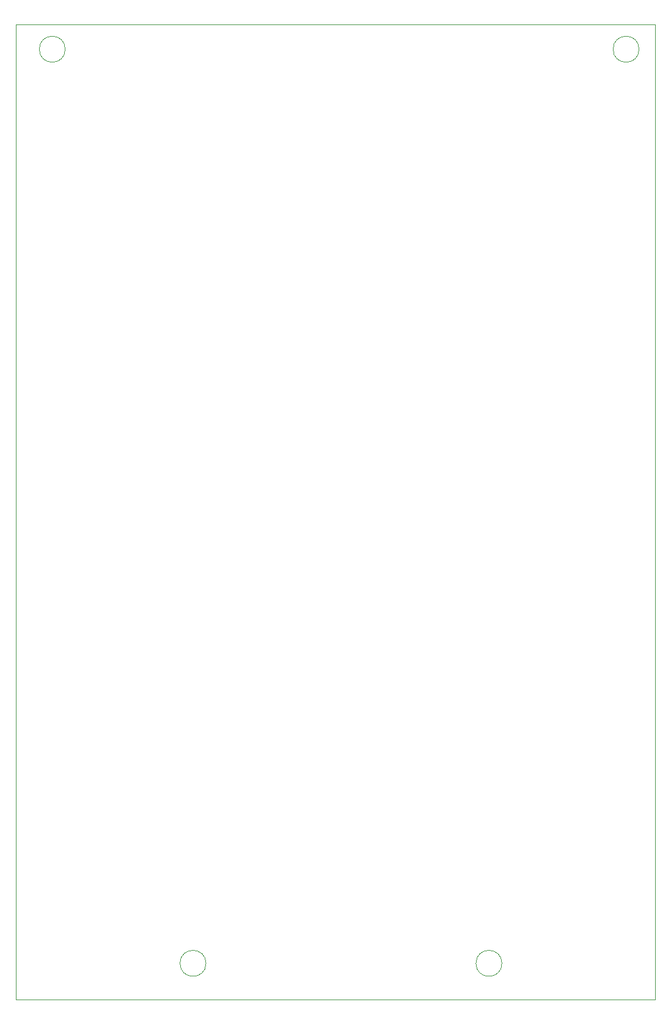
<source format=gbr>
%TF.GenerationSoftware,KiCad,Pcbnew,9.0.5*%
%TF.CreationDate,2025-11-20T14:08:09-05:00*%
%TF.ProjectId,Teensy_MotorShield,5465656e-7379-45f4-9d6f-746f72536869,rev?*%
%TF.SameCoordinates,Original*%
%TF.FileFunction,Profile,NP*%
%FSLAX46Y46*%
G04 Gerber Fmt 4.6, Leading zero omitted, Abs format (unit mm)*
G04 Created by KiCad (PCBNEW 9.0.5) date 2025-11-20 14:08:09*
%MOMM*%
%LPD*%
G01*
G04 APERTURE LIST*
%TA.AperFunction,Profile*%
%ADD10C,0.050000*%
%TD*%
G04 APERTURE END LIST*
D10*
X175800000Y-152000000D02*
G75*
G02*
X172200000Y-152000000I-1800000J0D01*
G01*
X172200000Y-152000000D02*
G75*
G02*
X175800000Y-152000000I1800000J0D01*
G01*
X134800000Y-152000000D02*
G75*
G02*
X131200000Y-152000000I-1800000J0D01*
G01*
X131200000Y-152000000D02*
G75*
G02*
X134800000Y-152000000I1800000J0D01*
G01*
X194800000Y-25400000D02*
G75*
G02*
X191200000Y-25400000I-1800000J0D01*
G01*
X191200000Y-25400000D02*
G75*
G02*
X194800000Y-25400000I1800000J0D01*
G01*
X115300000Y-25400000D02*
G75*
G02*
X111700000Y-25400000I-1800000J0D01*
G01*
X111700000Y-25400000D02*
G75*
G02*
X115300000Y-25400000I1800000J0D01*
G01*
X108500000Y-22000000D02*
X197000000Y-22000000D01*
X197000000Y-157000000D01*
X108500000Y-157000000D01*
X108500000Y-22000000D01*
M02*

</source>
